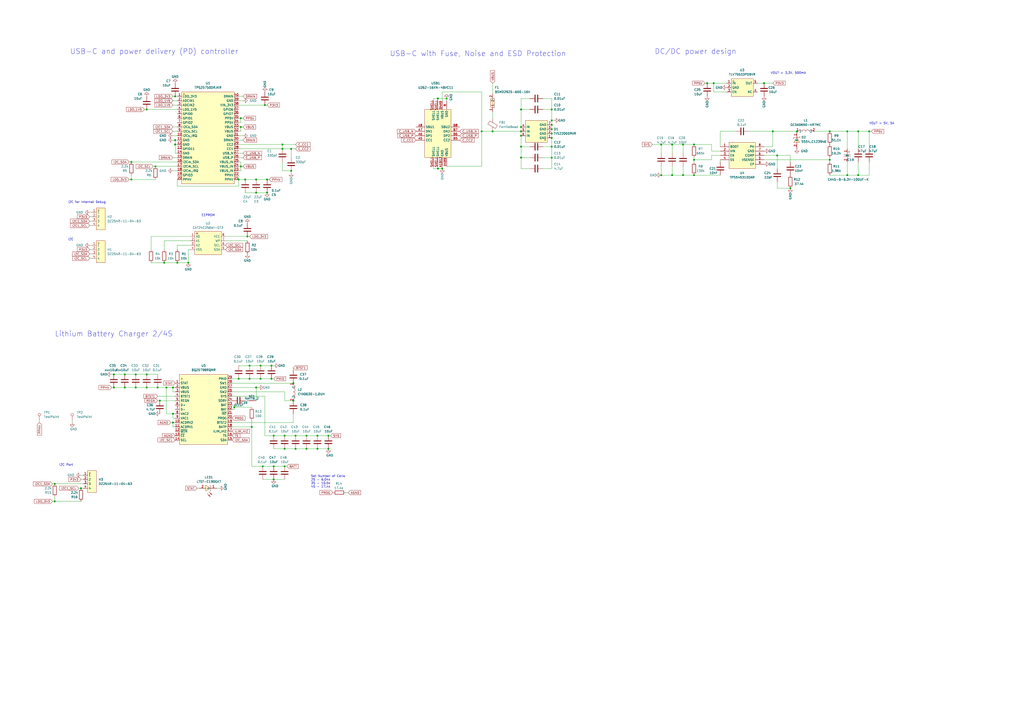
<source format=kicad_sch>
(kicad_sch (version 20231120) (generator "eeschema") (generator_version "8.0")
  (paper "A2")
  (junction (at 462.28 76.2))
  (junction (at 163.83 86.36))
  (junction (at 100.33 240.03))
  (junction (at 165.1 270.51))
  (junction (at 142.24 104.14))
  (junction (at 76.2 93.98))
  (junction (at 302.26 63.5))
  (junction (at 320.04 72.39))
  (junction (at 450.85 90.17))
  (junction (at 138.43 219.71))
  (junction (at 259.08 57.15))
  (junction (at 158.75 270.51))
  (junction (at 254 97.79))
  (junction (at 85.09 224.79))
  (junction (at 285.75 76.2))
  (junction (at 92.71 232.41))
  (junction (at 100.33 245.11))
  (junction (at 151.13 212.09))
  (junction (at 177.8 252.73))
  (junction (at 279.4 76.2))
  (junction (at 101.6 55.88))
  (junction (at 458.47 109.22))
  (junction (at 66.04 224.79))
  (junction (at 76.2 104.14))
  (junction (at 497.84 101.6))
  (junction (at 148.59 111.76))
  (junction (at 148.59 104.14))
  (junction (at 154.94 111.76))
  (junction (at 320.04 85.09))
  (junction (at 383.54 101.6))
  (junction (at 170.18 232.41))
  (junction (at 396.24 101.6))
  (junction (at 504.19 76.2))
  (junction (at 95.25 152.4))
  (junction (at 72.39 217.17))
  (junction (at 90.17 96.52))
  (junction (at 177.8 260.35))
  (junction (at 448.31 76.2))
  (junction (at 135.89 236.22))
  (junction (at 163.83 83.82))
  (junction (at 402.59 92.71))
  (junction (at 165.1 260.35))
  (junction (at 320.04 80.01))
  (junction (at 152.4 270.51))
  (junction (at 320.04 69.85))
  (junction (at 402.59 83.82))
  (junction (at 139.7 68.58))
  (junction (at 168.91 99.06))
  (junction (at 109.22 152.4))
  (junction (at 320.04 77.47))
  (junction (at 151.13 219.71))
  (junction (at 389.89 101.6))
  (junction (at 302.26 73.66))
  (junction (at 102.87 152.4))
  (junction (at 320.04 74.93))
  (junction (at 171.45 260.35))
  (junction (at 101.6 83.82))
  (junction (at 31.75 280.67))
  (junction (at 302.26 85.09))
  (junction (at 91.44 224.79))
  (junction (at 78.74 217.17))
  (junction (at 190.5 252.73))
  (junction (at 96.52 224.79))
  (junction (at 171.45 252.73))
  (junction (at 481.33 76.2))
  (junction (at 146.05 247.65))
  (junction (at 396.24 83.82))
  (junction (at 154.94 104.14))
  (junction (at 302.26 78.74))
  (junction (at 497.84 76.2))
  (junction (at 410.21 48.26))
  (junction (at 302.26 76.2))
  (junction (at 138.43 104.14))
  (junction (at 302.26 91.44))
  (junction (at 383.54 83.82))
  (junction (at 184.15 252.73))
  (junction (at 85.09 63.5))
  (junction (at 101.6 81.28))
  (junction (at 100.33 224.79))
  (junction (at 158.75 252.73))
  (junction (at 165.1 252.73))
  (junction (at 66.04 217.17))
  (junction (at 158.75 278.13))
  (junction (at 491.49 101.6))
  (junction (at 46.99 283.21))
  (junction (at 402.59 101.6))
  (junction (at 320.04 91.44))
  (junction (at 148.59 224.79))
  (junction (at 254 57.15))
  (junction (at 170.18 222.25))
  (junction (at 443.23 48.26))
  (junction (at 85.09 217.17))
  (junction (at 144.78 212.09))
  (junction (at 320.04 63.5))
  (junction (at 144.78 219.71))
  (junction (at 389.89 83.82))
  (junction (at 481.33 92.71))
  (junction (at 139.7 73.66))
  (junction (at 168.91 86.36))
  (junction (at 414.02 48.26))
  (junction (at 491.49 76.2))
  (junction (at 139.7 96.52))
  (junction (at 157.48 212.09))
  (junction (at 184.15 260.35))
  (junction (at 143.51 137.16))
  (junction (at 256.54 97.79))
  (junction (at 31.75 290.83))
  (junction (at 157.48 219.71))
  (junction (at 190.5 260.35))
  (junction (at 72.39 224.79))
  (junction (at 153.67 60.96))
  (junction (at 78.74 224.79))
  (wire (pts (xy 87.63 137.16) (xy 87.63 144.78)))
  (wire (pts (xy 88.9 96.52) (xy 90.17 96.52)))
  (wire (pts (xy 138.43 71.12) (xy 139.7 71.12)))
  (wire (pts (xy 448.31 76.2) (xy 448.31 85.09)))
  (wire (pts (xy 320.04 72.39) (xy 320.04 69.85)))
  (wire (pts (xy 52.07 128.27) (xy 53.34 128.27)))
  (wire (pts (xy 91.44 229.87) (xy 101.6 229.87)))
  (wire (pts (xy 151.13 219.71) (xy 157.48 219.71)))
  (wire (pts (xy 140.97 91.44) (xy 138.43 91.44)))
  (wire (pts (xy 402.59 101.6) (xy 417.83 101.6)))
  (wire (pts (xy 96.52 224.79) (xy 100.33 224.79)))
  (wire (pts (xy 152.4 270.51) (xy 158.75 270.51)))
  (wire (pts (xy 64.77 217.17) (xy 66.04 217.17)))
  (wire (pts (xy 100.33 78.74) (xy 102.87 78.74)))
  (wire (pts (xy 497.84 93.98) (xy 497.84 101.6)))
  (wire (pts (xy 138.43 107.95) (xy 138.43 104.14)))
  (wire (pts (xy 74.93 93.98) (xy 76.2 93.98)))
  (wire (pts (xy 168.91 86.36) (xy 171.45 86.36)))
  (wire (pts (xy 285.75 48.26) (xy 285.75 54.61)))
  (wire (pts (xy 254 57.15) (xy 251.46 57.15)))
  (wire (pts (xy 448.31 48.26) (xy 443.23 48.26)))
  (wire (pts (xy 31.75 290.83) (xy 46.99 290.83)))
  (wire (pts (xy 138.43 76.2) (xy 139.7 76.2)))
  (wire (pts (xy 149.86 224.79) (xy 148.59 224.79)))
  (wire (pts (xy 140.97 55.88) (xy 138.43 55.88)))
  (wire (pts (xy 472.44 76.2) (xy 481.33 76.2)))
  (wire (pts (xy 259.08 58.42) (xy 259.08 57.15)))
  (wire (pts (xy 66.04 224.79) (xy 72.39 224.79)))
  (wire (pts (xy 101.6 55.88) (xy 102.87 55.88)))
  (wire (pts (xy 256.54 53.34) (xy 279.4 53.34)))
  (wire (pts (xy 100.33 55.88) (xy 101.6 55.88)))
  (wire (pts (xy 134.62 245.11) (xy 170.18 245.11)))
  (wire (pts (xy 177.8 252.73) (xy 184.15 252.73)))
  (wire (pts (xy 138.43 219.71) (xy 144.78 219.71)))
  (wire (pts (xy 163.83 86.36) (xy 168.91 86.36)))
  (wire (pts (xy 314.96 63.5) (xy 320.04 63.5)))
  (wire (pts (xy 168.91 86.36) (xy 168.91 91.44)))
  (wire (pts (xy 45.72 283.21) (xy 46.99 283.21)))
  (wire (pts (xy 504.19 101.6) (xy 504.19 93.98)))
  (wire (pts (xy 396.24 83.82) (xy 402.59 83.82)))
  (wire (pts (xy 450.85 90.17) (xy 458.47 90.17)))
  (wire (pts (xy 434.34 76.2) (xy 448.31 76.2)))
  (wire (pts (xy 143.51 232.41) (xy 142.24 232.41)))
  (wire (pts (xy 30.48 280.67) (xy 31.75 280.67)))
  (wire (pts (xy 448.31 76.2) (xy 462.28 76.2)))
  (wire (pts (xy 383.54 83.82) (xy 389.89 83.82)))
  (wire (pts (xy 100.33 91.44) (xy 102.87 91.44)))
  (wire (pts (xy 52.07 149.86) (xy 53.34 149.86)))
  (wire (pts (xy 153.67 60.96) (xy 154.94 60.96)))
  (wire (pts (xy 102.87 81.28) (xy 101.6 81.28)))
  (wire (pts (xy 52.07 147.32) (xy 53.34 147.32)))
  (wire (pts (xy 139.7 68.58) (xy 140.97 68.58)))
  (wire (pts (xy 102.87 104.14) (xy 102.87 107.95)))
  (wire (pts (xy 143.51 137.16) (xy 130.81 137.16)))
  (wire (pts (xy 163.83 83.82) (xy 163.83 86.36)))
  (wire (pts (xy 163.83 99.06) (xy 168.91 99.06)))
  (wire (pts (xy 139.7 99.06) (xy 138.43 99.06)))
  (wire (pts (xy 412.75 83.82) (xy 402.59 83.82)))
  (wire (pts (xy 85.09 63.5) (xy 102.87 63.5)))
  (wire (pts (xy 151.13 212.09) (xy 157.48 212.09)))
  (wire (pts (xy 396.24 96.52) (xy 396.24 101.6)))
  (wire (pts (xy 163.83 93.98) (xy 163.83 99.06)))
  (wire (pts (xy 158.75 278.13) (xy 165.1 278.13)))
  (wire (pts (xy 135.89 234.95) (xy 135.89 236.22)))
  (wire (pts (xy 100.33 245.11) (xy 101.6 245.11)))
  (wire (pts (xy 285.75 64.77) (xy 285.75 68.58)))
  (wire (pts (xy 139.7 68.58) (xy 138.43 68.58)))
  (wire (pts (xy 389.89 83.82) (xy 396.24 83.82)))
  (wire (pts (xy 307.34 97.79) (xy 302.26 97.79)))
  (wire (pts (xy 396.24 83.82) (xy 396.24 88.9)))
  (wire (pts (xy 302.26 78.74) (xy 302.26 85.09)))
  (wire (pts (xy 285.75 76.2) (xy 302.26 76.2)))
  (wire (pts (xy 134.62 234.95) (xy 135.89 234.95)))
  (wire (pts (xy 254 97.79) (xy 254 96.52)))
  (wire (pts (xy 414.02 53.34) (xy 414.02 48.26)))
  (wire (pts (xy 114.3 283.21) (xy 115.57 283.21)))
  (wire (pts (xy 279.4 53.34) (xy 279.4 76.2)))
  (wire (pts (xy 302.26 91.44) (xy 302.26 97.79)))
  (wire (pts (xy 142.24 111.76) (xy 148.59 111.76)))
  (wire (pts (xy 138.43 101.6) (xy 138.43 104.14)))
  (wire (pts (xy 414.02 48.26) (xy 421.64 48.26)))
  (wire (pts (xy 110.49 144.78) (xy 109.22 144.78)))
  (wire (pts (xy 31.75 288.29) (xy 31.75 290.83)))
  (wire (pts (xy 417.83 90.17) (xy 412.75 90.17)))
  (wire (pts (xy 497.84 76.2) (xy 497.84 86.36)))
  (wire (pts (xy 168.91 100.33) (xy 168.91 99.06)))
  (wire (pts (xy 251.46 96.52) (xy 251.46 97.79)))
  (wire (pts (xy 302.26 85.09) (xy 307.34 85.09)))
  (wire (pts (xy 320.04 80.01) (xy 320.04 77.47)))
  (wire (pts (xy 320.04 91.44) (xy 320.04 97.79)))
  (wire (pts (xy 76.2 104.14) (xy 90.17 104.14)))
  (wire (pts (xy 320.04 77.47) (xy 320.04 74.93)))
  (wire (pts (xy 412.75 92.71) (xy 402.59 92.71)))
  (wire (pts (xy 139.7 73.66) (xy 138.43 73.66)))
  (wire (pts (xy 497.84 76.2) (xy 504.19 76.2)))
  (wire (pts (xy 144.78 137.16) (xy 143.51 137.16)))
  (wire (pts (xy 92.71 232.41) (xy 101.6 232.41)))
  (wire (pts (xy 140.97 78.74) (xy 138.43 78.74)))
  (wire (pts (xy 165.1 252.73) (xy 171.45 252.73)))
  (wire (pts (xy 100.33 240.03) (xy 96.52 240.03)))
  (wire (pts (xy 135.89 236.22) (xy 146.05 236.22)))
  (wire (pts (xy 383.54 96.52) (xy 383.54 101.6)))
  (wire (pts (xy 421.64 53.34) (xy 414.02 53.34)))
  (wire (pts (xy 256.54 96.52) (xy 256.54 97.79)))
  (wire (pts (xy 139.7 96.52) (xy 140.97 96.52)))
  (wire (pts (xy 100.33 242.57) (xy 101.6 242.57)))
  (wire (pts (xy 66.04 217.17) (xy 72.39 217.17)))
  (wire (pts (xy 138.43 93.98) (xy 139.7 93.98)))
  (wire (pts (xy 46.99 275.59) (xy 48.26 275.59)))
  (wire (pts (xy 110.49 137.16) (xy 87.63 137.16)))
  (wire (pts (xy 144.78 212.09) (xy 151.13 212.09)))
  (wire (pts (xy 450.85 109.22) (xy 458.47 109.22)))
  (wire (pts (xy 396.24 101.6) (xy 402.59 101.6)))
  (wire (pts (xy 417.83 87.63) (xy 412.75 87.63)))
  (wire (pts (xy 74.93 104.14) (xy 76.2 104.14)))
  (wire (pts (xy 102.87 142.24) (xy 110.49 142.24)))
  (wire (pts (xy 101.6 81.28) (xy 101.6 83.82)))
  (wire (pts (xy 154.94 104.14) (xy 156.21 104.14)))
  (wire (pts (xy 30.48 290.83) (xy 31.75 290.83)))
  (wire (pts (xy 31.75 280.67) (xy 48.26 280.67)))
  (wire (pts (xy 417.83 85.09) (xy 417.83 76.2)))
  (wire (pts (xy 321.31 69.85) (xy 320.04 69.85)))
  (wire (pts (xy 100.33 99.06) (xy 102.87 99.06)))
  (wire (pts (xy 100.33 81.28) (xy 101.6 81.28)))
  (wire (pts (xy 153.67 229.87) (xy 153.67 252.73)))
  (wire (pts (xy 443.23 48.26) (xy 439.42 48.26)))
  (wire (pts (xy 320.04 91.44) (xy 320.04 85.09)))
  (wire (pts (xy 491.49 76.2) (xy 491.49 86.36)))
  (wire (pts (xy 85.09 217.17) (xy 91.44 217.17)))
  (wire (pts (xy 95.25 139.7) (xy 110.49 139.7)))
  (wire (pts (xy 72.39 224.79) (xy 78.74 224.79)))
  (wire (pts (xy 481.33 101.6) (xy 491.49 101.6)))
  (wire (pts (xy 256.54 58.42) (xy 256.54 53.34)))
  (wire (pts (xy 153.67 252.73) (xy 158.75 252.73)))
  (wire (pts (xy 91.44 232.41) (xy 92.71 232.41)))
  (wire (pts (xy 46.99 283.21) (xy 48.26 283.21)))
  (wire (pts (xy 52.07 125.73) (xy 53.34 125.73)))
  (wire (pts (xy 52.07 123.19) (xy 53.34 123.19)))
  (wire (pts (xy 402.59 91.44) (xy 402.59 92.71)))
  (wire (pts (xy 101.6 247.65) (xy 100.33 247.65)))
  (wire (pts (xy 491.49 76.2) (xy 497.84 76.2)))
  (wire (pts (xy 158.75 252.73) (xy 165.1 252.73)))
  (wire (pts (xy 314.96 91.44) (xy 320.04 91.44)))
  (wire (pts (xy 279.4 96.52) (xy 259.08 96.52)))
  (wire (pts (xy 165.1 227.33) (xy 165.1 232.41)))
  (wire (pts (xy 302.26 57.15) (xy 302.26 63.5)))
  (wire (pts (xy 302.26 76.2) (xy 302.26 78.74)))
  (wire (pts (xy 130.81 139.7) (xy 143.51 139.7)))
  (wire (pts (xy 90.17 96.52) (xy 102.87 96.52)))
  (wire (pts (xy 157.48 219.71) (xy 158.75 219.71)))
  (wire (pts (xy 142.24 104.14) (xy 148.59 104.14)))
  (wire (pts (xy 148.59 111.76) (xy 154.94 111.76)))
  (wire (pts (xy 170.18 213.36) (xy 170.18 214.63)))
  (wire (pts (xy 158.75 270.51) (xy 165.1 270.51)))
  (wire (pts (xy 165.1 270.51) (xy 166.37 270.51)))
  (wire (pts (xy 491.49 101.6) (xy 497.84 101.6)))
  (wire (pts (xy 134.62 227.33) (xy 165.1 227.33)))
  (wire (pts (xy 78.74 224.79) (xy 85.09 224.79)))
  (wire (pts (xy 22.86 245.11) (xy 22.86 243.84)))
  (wire (pts (xy 148.59 104.14) (xy 154.94 104.14)))
  (wire (pts (xy 320.04 57.15) (xy 320.04 63.5)))
  (wire (pts (xy 152.4 270.51) (xy 146.05 270.51)))
  (wire (pts (xy 46.99 278.13) (xy 48.26 278.13)))
  (wire (pts (xy 443.23 90.17) (xy 450.85 90.17)))
  (wire (pts (xy 184.15 252.73) (xy 190.5 252.73)))
  (wire (pts (xy 383.54 101.6) (xy 389.89 101.6)))
  (wire (pts (xy 171.45 252.73) (xy 177.8 252.73)))
  (wire (pts (xy 144.78 219.71) (xy 151.13 219.71)))
  (wire (pts (xy 302.26 91.44) (xy 302.26 85.09)))
  (wire (pts (xy 504.19 76.2) (xy 504.19 86.36)))
  (wire (pts (xy 134.62 224.79) (xy 148.59 224.79)))
  (wire (pts (xy 72.39 217.17) (xy 78.74 217.17)))
  (wire (pts (xy 109.22 144.78) (xy 109.22 152.4)))
  (wire (pts (xy 76.2 93.98) (xy 102.87 93.98)))
  (wire (pts (xy 158.75 260.35) (xy 165.1 260.35)))
  (wire (pts (xy 99.06 245.11) (xy 100.33 245.11)))
  (wire (pts (xy 101.6 88.9) (xy 102.87 88.9)))
  (wire (pts (xy 302.26 73.66) (xy 302.26 76.2)))
  (wire (pts (xy 165.1 232.41) (xy 170.18 232.41)))
  (wire (pts (xy 410.21 48.26) (xy 414.02 48.26)))
  (wire (pts (xy 100.33 240.03) (xy 100.33 242.57)))
  (wire (pts (xy 139.7 93.98) (xy 139.7 96.52)))
  (wire (pts (xy 140.97 88.9) (xy 138.43 88.9)))
  (wire (pts (xy 302.26 63.5) (xy 302.26 73.66)))
  (wire (pts (xy 101.6 224.79) (xy 100.33 224.79)))
  (wire (pts (xy 139.7 73.66) (xy 140.97 73.66)))
  (wire (pts (xy 64.77 224.79) (xy 66.04 224.79)))
  (wire (pts (xy 41.91 245.11) (xy 41.91 243.84)))
  (wire (pts (xy 254 58.42) (xy 254 57.15)))
  (wire (pts (xy 148.59 224.79) (xy 148.59 232.41)))
  (wire (pts (xy 100.33 247.65) (xy 100.33 245.11)))
  (wire (pts (xy 450.85 90.17) (xy 450.85 97.79)))
  (wire (pts (xy 138.43 83.82) (xy 163.83 83.82)))
  (wire (pts (xy 481.33 92.71) (xy 481.33 93.98)))
  (wire (pts (xy 497.84 101.6) (xy 504.19 101.6)))
  (wire (pts (xy 450.85 105.41) (xy 450.85 109.22)))
  (wire (pts (xy 95.25 144.78) (xy 95.25 139.7)))
  (wire (pts (xy 100.33 227.33) (xy 101.6 227.33)))
  (wire (pts (xy 100.33 73.66) (xy 102.87 73.66)))
  (wire (pts (xy 138.43 86.36) (xy 163.83 86.36)))
  (wire (pts (xy 171.45 260.35) (xy 177.8 260.35)))
  (wire (pts (xy 254 97.79) (xy 256.54 97.79)))
  (wire (pts (xy 139.7 76.2) (xy 139.7 73.66)))
  (wire (pts (xy 140.97 58.42) (xy 138.43 58.42)))
  (wire (pts (xy 85.09 224.79) (xy 91.44 224.79)))
  (wire (pts (xy 134.62 222.25) (xy 170.18 222.25)))
  (wire (pts (xy 146.05 247.65) (xy 146.05 243.84)))
  (wire (pts (xy 101.6 83.82) (xy 102.87 83.82)))
  (wire (pts (xy 135.89 236.22) (xy 135.89 237.49)))
  (wire (pts (xy 135.89 237.49) (xy 134.62 237.49)))
  (wire (pts (xy 251.46 57.15) (xy 251.46 58.42)))
  (wire (pts (xy 383.54 88.9) (xy 383.54 83.82)))
  (wire (pts (xy 139.7 96.52) (xy 139.7 99.06)))
  (wire (pts (xy 139.7 71.12) (xy 139.7 68.58)))
  (wire (pts (xy 184.15 260.35) (xy 190.5 260.35)))
  (wire (pts (xy 389.89 83.82) (xy 389.89 88.9)))
  (wire (pts (xy 320.04 74.93) (xy 320.04 72.39)))
  (wire (pts (xy 314.96 97.79) (xy 320.04 97.79)))
  (wire (pts (xy 101.6 240.03) (xy 100.33 240.03)))
  (wire (pts (xy 481.33 76.2) (xy 491.49 76.2)))
  (wire (pts (xy 412.75 87.63) (xy 412.75 83.82)))
  (wire (pts (xy 307.34 57.15) (xy 302.26 57.15)))
  (wire (pts (xy 138.43 60.96) (xy 153.67 60.96)))
  (wire (pts (xy 491.49 93.98) (xy 491.49 101.6)))
  (wire (pts (xy 177.8 260.35) (xy 184.15 260.35)))
  (wire (pts (xy 146.05 270.51) (xy 146.05 247.65)))
  (wire (pts (xy 259.08 57.15) (xy 254 57.15)))
  (wire (pts (xy 138.43 212.09) (xy 144.78 212.09)))
  (wire (pts (xy 83.82 63.5) (xy 85.09 63.5)))
  (wire (pts (xy 102.87 107.95) (xy 138.43 107.95)))
  (wire (pts (xy 134.62 219.71) (xy 138.43 219.71)))
  (wire (pts (xy 378.46 83.82) (xy 383.54 83.82)))
  (wire (pts (xy 91.44 224.79) (xy 96.52 224.79)))
  (wire (pts (xy 458.47 90.17) (xy 458.47 93.98)))
  (wire (pts (xy 481.33 91.44) (xy 481.33 92.71)))
  (wire (pts (xy 314.96 85.09) (xy 320.04 85.09)))
  (wire (pts (xy 279.4 76.2) (xy 279.4 96.52)))
  (wire (pts (xy 134.62 247.65) (xy 146.05 247.65)))
  (wire (pts (xy 52.07 142.24) (xy 53.34 142.24)))
  (wire (pts (xy 100.33 224.79) (xy 100.33 227.33)))
  (wire (pts (xy 251.46 97.79) (xy 254 97.79)))
  (wire (pts (xy 190.5 252.73) (xy 191.77 252.73)))
  (wire (pts (xy 389.89 96.52) (xy 389.89 101.6)))
  (wire (pts (xy 320.04 63.5) (xy 320.04 69.85)))
  (wire (pts (xy 100.33 76.2) (xy 102.87 76.2)))
  (wire (pts (xy 96.52 240.03) (xy 96.52 224.79)))
  (wire (pts (xy 302.26 91.44) (xy 307.34 91.44)))
  (wire (pts (xy 402.59 92.71) (xy 402.59 93.98)))
  (wire (pts (xy 52.07 144.78) (xy 53.34 144.78)))
  (wire (pts (xy 78.74 217.17) (xy 85.09 217.17)))
  (wire (pts (xy 102.87 144.78) (xy 102.87 142.24)))
  (wire (pts (xy 134.62 229.87) (xy 153.67 229.87)))
  (wire (pts (xy 201.93 285.75) (xy 200.66 285.75)))
  (wire (pts (xy 443.23 92.71) (xy 481.33 92.71)))
  (wire (pts (xy 101.6 83.82) (xy 101.6 88.9)))
  (wire (pts (xy 87.63 152.4) (xy 95.25 152.4)))
  (wire (pts (xy 76.2 101.6) (xy 76.2 104.14)))
  (wire (pts (xy 417.83 76.2) (xy 426.72 76.2)))
  (wire (pts (xy 279.4 76.2) (xy 285.75 76.2)))
  (wire (pts (xy 138.43 96.52) (xy 139.7 96.52)))
  (wire (pts (xy 307.34 63.5) (xy 302.26 63.5)))
  (wire (pts (xy 165.1 260.35) (xy 171.45 260.35)))
  (wire (pts (xy 412.75 90.17) (xy 412.75 92.71)))
  (wire (pts (xy 100.33 58.42) (xy 102.87 58.42)))
  (wire (pts (xy 443.23 85.09) (xy 448.31 85.09)))
  (wire (pts (xy 140.97 81.28) (xy 138.43 81.28)))
  (wire (pts (xy 157.48 212.09) (xy 158.75 212.09)))
  (wire (pts (xy 52.07 130.81) (xy 53.34 130.81)))
  (wire (pts (xy 152.4 278.13) (xy 158.75 278.13)))
  (wire (pts (xy 163.83 83.82) (xy 171.45 83.82)))
  (wire (pts (xy 127 283.21) (xy 125.73 283.21)))
  (wire (pts (xy 417.83 93.98) (xy 417.83 92.71)))
  (wire (pts (xy 170.18 245.11) (xy 170.18 240.03)))
  (wire (pts (xy 95.25 152.4) (xy 102.87 152.4)))
  (wire (pts (xy 504.19 76.2) (xy 505.46 76.2)))
  (wire (pts (xy 408.94 48.26) (xy 410.21 48.26)))
  (wire (pts (xy 314.96 57.15) (xy 320.04 57.15)))
  (wire (pts (xy 138.43 104.14) (xy 142.24 104.14)))
  (wire (pts (xy 102.87 152.4) (xy 109.22 152.4)))
  (wire (pts (xy 100.33 60.96) (xy 102.87 60.96)))
  (wire (pts (xy 320.04 85.09) (xy 320.04 80.01)))
  (wire (pts (xy 389.89 101.6) (xy 396.24 101.6)))
  (text "Lithium Battery Charger 2/4S" (at 31.75 195.58 0) (effects (font (size 3 3)) (justify left bottom)))
  (text "VOUT = 3.3V, 500mA\n" (at 447.04 43.18 0) (effects (font (size 1.27 1.27)) (justify left bottom)))
  (text "USB-C with Fuse, Noise and ESD Protection" (at 226.06 33.02 0) (effects (font (size 3 3)) (justify left bottom)))
  (text "I2C for Internat Debug" (at 39.37 118.11 0) (effects (font (size 1.27 1.27)) (justify left bottom)))
  (text "I2C" (at 39.37 139.7 0) (effects (font (size 1.27 1.27)) (justify left bottom)))
  (text "I2C Port" (at 34.29 270.51 0) (effects (font (size 1.27 1.27)) (justify left bottom)))
  (text "USB-C and power delivery (PD) controller" (at 40.64 31.75 0) (effects (font (size 3 3)) (justify left bottom)))
  (text "EEPROM" (at 116.84 125.73 0) (effects (font (size 1.27 1.27)) (justify left bottom)))
  (text "DC/DC power design" (at 379.73 31.75 0) (effects (font (size 3 3)) (justify left bottom)))
  (text "Set Number of Cells\n2S - 6.04k\n3S - 10.5k\n4S - 17.4k" (at 180.34 283.21 0) (effects (font (size 1.27 1.27)) (justify left bottom)))
  (text "VOUT = 5V, 5A\n" (at 504.19 72.39 0) (effects (font (size 1.27 1.27)) (justify left bottom)))
  (global_label "P3V3" (shape input) (at 46.99 278.13 180) (property "Intersheetrefs" "${INTERSHEET_REFS}" (effects (hide yes))))
  (global_label "I2C1_SDA" (shape input) (at 52.07 128.27 180) (property "Intersheetrefs" "${INTERSHEET_REFS}" (effects (hide yes))))
  (global_label "PPHV" (shape input) (at 64.77 224.79 180) (property "Intersheetrefs" "${INTERSHEET_REFS}" (effects (hide yes))))
  (global_label "PP5V" (shape input) (at 140.97 68.58 0) (property "Intersheetrefs" "${INTERSHEET_REFS}" (effects (hide yes))))
  (global_label "I2C1_SCL" (shape input) (at 100.33 76.2 180) (property "Intersheetrefs" "${INTERSHEET_REFS}" (effects (hide yes))))
  (global_label "I2C_SDA" (shape input) (at 134.62 255.27 0) (property "Intersheetrefs" "${INTERSHEET_REFS}" (effects (hide yes))))
  (global_label "SYS" (shape input) (at 191.77 252.73 0) (property "Intersheetrefs" "${INTERSHEET_REFS}" (effects (hide yes))))
  (global_label "STAT" (shape input) (at 114.3 283.21 180) (property "Intersheetrefs" "${INTERSHEET_REFS}" (effects (hide yes))))
  (global_label "BTST1" (shape input) (at 170.18 213.36 0) (property "Intersheetrefs" "${INTERSHEET_REFS}" (effects (hide yes))))
  (global_label "I2C1_SCL" (shape input) (at 52.07 130.81 180) (property "Intersheetrefs" "${INTERSHEET_REFS}" (effects (hide yes))))
  (global_label "VBUS" (shape input) (at 140.97 96.52 0) (property "Intersheetrefs" "${INTERSHEET_REFS}" (effects (hide yes))))
  (global_label "I2C1_SDA" (shape input) (at 100.33 73.66 180) (property "Intersheetrefs" "${INTERSHEET_REFS}" (effects (hide yes))))
  (global_label "BTST1" (shape input) (at 91.44 229.87 180) (property "Intersheetrefs" "${INTERSHEET_REFS}" (effects (hide yes))))
  (global_label "LDO_3V3" (shape input) (at 74.93 104.14 180) (property "Intersheetrefs" "${INTERSHEET_REFS}" (effects (hide yes))))
  (global_label "I2C_SCL" (shape input) (at 52.07 149.86 180) (property "Intersheetrefs" "${INTERSHEET_REFS}" (effects (hide yes))))
  (global_label "C_CC1" (shape input) (at 241.3 81.28 180) (property "Intersheetrefs" "${INTERSHEET_REFS}" (effects (hide yes))))
  (global_label "I2C_SDA" (shape input) (at 52.07 147.32 180) (property "Intersheetrefs" "${INTERSHEET_REFS}" (effects (hide yes))))
  (global_label "LDO_1V5" (shape input) (at 100.33 58.42 180) (property "Intersheetrefs" "${INTERSHEET_REFS}" (effects (hide yes))))
  (global_label "AGND" (shape input) (at 99.06 245.11 180) (property "Intersheetrefs" "${INTERSHEET_REFS}" (effects (hide yes))))
  (global_label "PPHV" (shape input) (at 156.21 104.14 0) (property "Intersheetrefs" "${INTERSHEET_REFS}" (effects (hide yes))))
  (global_label "C_USB_N" (shape input) (at 241.3 76.2 180) (property "Intersheetrefs" "${INTERSHEET_REFS}" (effects (hide yes))))
  (global_label "PP5V" (shape input) (at 408.94 48.26 180) (property "Intersheetrefs" "${INTERSHEET_REFS}" (effects (hide yes))))
  (global_label "C_USB_P" (shape input) (at 140.97 91.44 0) (property "Intersheetrefs" "${INTERSHEET_REFS}" (effects (hide yes))))
  (global_label "BATT" (shape input) (at 166.37 270.51 0) (property "Intersheetrefs" "${INTERSHEET_REFS}" (effects (hide yes))))
  (global_label "AGND" (shape input) (at 201.93 285.75 0) (property "Intersheetrefs" "${INTERSHEET_REFS}" (effects (hide yes))))
  (global_label "PPHV" (shape input) (at 22.86 245.11 270) (property "Intersheetrefs" "${INTERSHEET_REFS}" (effects (hide yes))))
  (global_label "P3V3" (shape input) (at 154.94 60.96 0) (property "Intersheetrefs" "${INTERSHEET_REFS}" (effects (hide yes))))
  (global_label "STAT" (shape input) (at 101.6 222.25 180) (property "Intersheetrefs" "${INTERSHEET_REFS}" (effects (hide yes))))
  (global_label "DRAIN" (shape input) (at 140.97 55.88 0) (property "Intersheetrefs" "${INTERSHEET_REFS}" (effects (hide yes))))
  (global_label "C_USB_N" (shape input) (at 266.7 76.2 0) (property "Intersheetrefs" "${INTERSHEET_REFS}" (effects (hide yes))))
  (global_label "P3V3" (shape input) (at 52.07 144.78 180) (property "Intersheetrefs" "${INTERSHEET_REFS}" (effects (hide yes))))
  (global_label "C_CC1" (shape input) (at 171.45 83.82 0) (property "Intersheetrefs" "${INTERSHEET_REFS}" (effects (hide yes))))
  (global_label "C_CC2" (shape input) (at 266.7 81.28 0) (property "Intersheetrefs" "${INTERSHEET_REFS}" (effects (hide yes))))
  (global_label "PROG" (shape input) (at 134.62 242.57 0) (property "Intersheetrefs" "${INTERSHEET_REFS}" (effects (hide yes))))
  (global_label "I2C_SDA" (shape input) (at 130.81 144.78 0) (property "Intersheetrefs" "${INTERSHEET_REFS}" (effects (hide yes))))
  (global_label "VBUS" (shape input) (at 285.75 48.26 90) (property "Intersheetrefs" "${INTERSHEET_REFS}" (effects (hide yes))))
  (global_label "I2C_SCL" (shape input) (at 88.9 96.52 180) (property "Intersheetrefs" "${INTERSHEET_REFS}" (effects (hide yes))))
  (global_label "LDO_3V3" (shape input) (at 30.48 290.83 180) (property "Intersheetrefs" "${INTERSHEET_REFS}" (effects (hide yes))))
  (global_label "I2C_SCL" (shape input) (at 130.81 142.24 0) (property "Intersheetrefs" "${INTERSHEET_REFS}" (effects (hide yes))))
  (global_label "P3V3" (shape input) (at 52.07 125.73 180) (property "Intersheetrefs" "${INTERSHEET_REFS}" (effects (hide yes))))
  (global_label "PMID" (shape input) (at 158.75 219.71 0) (property "Intersheetrefs" "${INTERSHEET_REFS}" (effects (hide yes))))
  (global_label "LDO_1V5" (shape input) (at 100.33 60.96 180) (property "Intersheetrefs" "${INTERSHEET_REFS}" (effects (hide yes))))
  (global_label "PP5V" (shape input) (at 505.46 76.2 0) (property "Intersheetrefs" "${INTERSHEET_REFS}" (effects (hide yes))))
  (global_label "TS" (shape input) (at 134.62 252.73 0) (property "Intersheetrefs" "${INTERSHEET_REFS}" (effects (hide yes))))
  (global_label "I2C1_SDA" (shape input) (at 30.48 280.67 180) (property "Intersheetrefs" "${INTERSHEET_REFS}" (effects (hide yes))))
  (global_label "I2C_SCL" (shape input) (at 101.6 255.27 180) (property "Intersheetrefs" "${INTERSHEET_REFS}" (effects (hide yes))))
  (global_label "DRAIN" (shape input) (at 100.33 91.44 180) (property "Intersheetrefs" "${INTERSHEET_REFS}" (effects (hide yes))))
  (global_label "P3V3" (shape input) (at 448.31 48.26 0) (property "Intersheetrefs" "${INTERSHEET_REFS}" (effects (hide yes))))
  (global_label "SYS" (shape input) (at 378.46 83.82 180) (property "Intersheetrefs" "${INTERSHEET_REFS}" (effects (hide yes))))
  (global_label "LDO_3V3" (shape input) (at 100.33 55.88 180) (property "Intersheetrefs" "${INTERSHEET_REFS}" (effects (hide yes))))
  (global_label "DRAIN" (shape input) (at 140.97 81.28 0) (property "Intersheetrefs" "${INTERSHEET_REFS}" (effects (hide yes))))
  (global_label "VBUS" (shape input) (at 140.97 73.66 0) (property "Intersheetrefs" "${INTERSHEET_REFS}" (effects (hide yes))))
  (global_label "C_USB_P" (shape input) (at 241.3 78.74 180) (property "Intersheetrefs" "${INTERSHEET_REFS}" (effects (hide yes))))
  (global_label "C_USB_P" (shape input) (at 266.7 78.74 0) (property "Intersheetrefs" "${INTERSHEET_REFS}" (effects (hide yes))))
  (global_label "I2C1_SCL" (shape input) (at 45.72 283.21 180) (property "Intersheetrefs" "${INTERSHEET_REFS}" (effects (hide yes))))
  (global_label "LDO_1V5" (shape input) (at 83.82 63.5 180) (property "Intersheetrefs" "${INTERSHEET_REFS}" (effects (hide yes))))
  (global_label "C_USB_N" (shape input) (at 140.97 88.9 0) (property "Intersheetrefs" "${INTERSHEET_REFS}" (effects (hide yes))))
  (global_label "I2C_SDA" (shape input) (at 74.93 93.98 180) (property "Intersheetrefs" "${INTERSHEET_REFS}" (effects (hide yes))))
  (global_label "AGND" (shape input) (at 101.6 252.73 180) (property "Intersheetrefs" "${INTERSHEET_REFS}" (effects (hide yes))))
  (global_label "REGN" (shape input) (at 91.44 232.41 180) (property "Intersheetrefs" "${INTERSHEET_REFS}" (effects (hide yes))))
  (global_label "LDO_3V3" (shape input) (at 144.78 137.16 0) (property "Intersheetrefs" "${INTERSHEET_REFS}" (effects (hide yes))))
  (global_label "PROG" (shape input) (at 193.04 285.75 180) (property "Intersheetrefs" "${INTERSHEET_REFS}" (effects (hide yes))))
  (global_label "ILIM_HIZ" (shape input) (at 134.62 250.19 0) (property "Intersheetrefs" "${INTERSHEET_REFS}" (effects (hide yes))))
  (global_label "C_CC2" (shape input) (at 171.45 86.36 0) (property "Intersheetrefs" "${INTERSHEET_REFS}" (effects (hide yes))))
  (symbol (lib_id "Device:C") (at 311.15 97.79 270) (unit 1)
    (property "Reference" "C14" (at 321.31 95.25 90) (effects (justify left)))
    (property "Value" "4.7uF" (at 321.31 97.79 90) (effects (justify left)))
    (property "Footprint" "Capacitor_SMD:C_0805_2012Metric_Pad1.18x1.45mm_HandSolder" (effects (hide yes)))
  )
  (symbol (lib_id "Device:C") (at 383.54 92.71 0) (unit 1)
    (property "Reference" "C15" (at 381 80.01 0) (effects (justify left)))
    (property "Value" "4.7uF" (at 381 82.55 0) (effects (justify left)))
    (property "Footprint" "Capacitor_SMD:C_0805_2012Metric_Pad1.18x1.45mm_HandSolder" (effects (hide yes)))
    (property "LCSC Part" "C2991173 " (effects (hide yes)))
  )
  (symbol (lib_id "Device:C") (at 311.15 57.15 270) (unit 1)
    (property "Reference" "C11" (at 321.31 54.61 90) (effects (justify left)))
    (property "Value" "0.01uF" (at 321.31 57.15 90) (effects (justify left)))
    (property "Footprint" "Capacitor_SMD:C_0603_1608Metric_Pad1.08x0.95mm_HandSolder" (effects (hide yes)))
  )
  (symbol (lib_id "Device:C") (at 417.83 97.79 0) (unit 1)
    (property "Reference" "C21" (at 411.48 97.79 0) (effects (justify left)))
    (property "Value" "10nF" (at 411.48 100.33 0) (effects (justify left)))
    (property "Footprint" "Capacitor_SMD:C_0603_1608Metric_Pad1.08x0.95mm_HandSolder" (effects (hide yes)))
  )
  (symbol (lib_id "power:GND") (at 100.33 78.74 270) (unit 1)
    (property "Reference" "#PWR09" (effects (hide yes)))
    (property "Value" "GND" (at 96.52 78.74 90) (effects (justify right)))
  )
  (symbol (lib_id "power:GND") (at 85.09 55.88 180) (unit 1)
    (property "Reference" "#PWR06" (effects (hide yes)))
    (property "Value" "GND" (at 85.09 52.07 0))
  )
  (symbol (lib_id "Device:C") (at 157.48 215.9 180) (unit 1)
    (property "Reference" "C29" (at 158.75 207.01 0) (effects (justify left)))
    (property "Value" "10uF" (at 160.02 209.55 0) (effects (justify left)))
    (property "Footprint" "Capacitor_SMD:C_0603_1608Metric_Pad1.08x0.95mm_HandSolder" (effects (hide yes)))
  )
  (symbol (lib_id "easyeda2kicad:CYA0630-1.0UH") (at 170.18 227.33 270) (unit 1)
    (property "Reference" "L2" (at 172.72 226.06 90) (effects (justify left)))
    (property "Value" "CYA0630-1.0UH" (at 172.72 228.6 90) (effects (justify left)))
    (property "Footprint" "easyeda2kicad:IND-SMD_L7.2-W6.6_GPSR0730" (effects (hide yes)))
    (property "LCSC Part" "C5189744" (effects (hide yes)))
  )
  (symbol (lib_id "Device:C") (at 152.4 274.32 180) (unit 1)
    (property "Reference" "C40" (at 153.67 265.43 0) (effects (justify left)))
    (property "Value" "0.1uF" (at 154.94 267.97 0) (effects (justify left)))
    (property "Footprint" "Capacitor_SMD:C_0603_1608Metric_Pad1.08x0.95mm_HandSolder" (effects (hide yes)))
  )
  (symbol (lib_id "power:GND") (at 140.97 78.74 90) (unit 1)
    (property "Reference" "#PWR03" (effects (hide yes)))
    (property "Value" "GND" (at 144.78 78.74 90) (effects (justify right)))
  )
  (symbol (lib_id "Device:C") (at 163.83 90.17 0) (unit 1)
    (property "Reference" "C1" (at 154.94 87.63 0) (effects (justify left)))
    (property "Value" "330pF" (at 154.94 90.17 0) (effects (justify left)))
    (property "Footprint" "Capacitor_SMD:C_0603_1608Metric_Pad1.08x0.95mm_HandSolder" (effects (hide yes)))
  )
  (symbol (lib_id "power:GND") (at 153.67 53.34 180) (unit 1)
    (property "Reference" "#PWR013" (effects (hide yes)))
    (property "Value" "GND" (at 153.67 50.8 90) (effects (justify right)))
  )
  (symbol (lib_id "power:GND") (at 421.64 50.8 270) (unit 1)
    (property "Reference" "#PWR024" (effects (hide yes)))
    (property "Value" "GND" (at 419.1 50.8 90) (effects (justify right)))
  )
  (symbol (lib_id "easyeda2kicad:TPS25750DRJKR") (at 120.65 80.01 0) (unit 1)
    (property "Reference" "U1" (at 120.65 48.26 0))
    (property "Value" "TPS25750DRJKR" (at 120.65 50.8 0))
    (property "Footprint" "easyeda2kicad:QFN-38_L6.0-W4.0-P0.40-TL-EP_RJK" (effects (hide yes)))
    (property "LCSC Part" "C2868209" (effects (hide yes)))
  )
  (symbol (lib_id "power:GND") (at 100.33 99.06 270) (unit 1)
    (property "Reference" "#PWR08" (effects (hide yes)))
    (property "Value" "GND" (at 96.52 99.06 90) (effects (justify right)))
  )
  (symbol (lib_id "Device:C") (at 184.15 256.54 180) (unit 1)
    (property "Reference" "C45" (at 185.42 247.65 0) (effects (justify left)))
    (property "Value" "10uF" (at 186.69 250.19 0) (effects (justify left)))
    (property "Footprint" "Capacitor_SMD:C_0603_1608Metric_Pad1.08x0.95mm_HandSolder" (effects (hide yes)))
  )
  (symbol (lib_id "easyeda2kicad:LTST-C190GKT") (at 120.65 285.75 180) (unit 1)
    (property "Reference" "LED1" (at 121.16 276.86 0))
    (property "Value" "LTST-C190GKT" (at 121.16 279.4 0))
    (property "Footprint" "easyeda2kicad:LED0603-RD" (effects (hide yes)))
    (property "Datasheet" "https://lcsc.com/product-detail/Light-Emitting-Diodes-LED_SMD-green_C125093.html" (effects (hide yes)))
    (property "LCSC Part" "C125093" (effects (hide yes)))
  )
  (symbol (lib_id "Device:C") (at 151.13 215.9 180) (unit 1)
    (property "Reference" "C28" (at 152.4 207.01 0) (effects (justify left)))
    (property "Value" "10uF" (at 153.67 209.55 0) (effects (justify left)))
    (property "Footprint" "Capacitor_SMD:C_0603_1608Metric_Pad1.08x0.95mm_HandSolder" (effects (hide yes)))
  )
  (symbol (lib_id "Device:C") (at 165.1 274.32 180) (unit 1)
    (property "Reference" "C48" (at 166.37 265.43 0) (effects (justify left)))
    (property "Value" "10uF" (at 167.64 267.97 0) (effects (justify left)))
    (property "Footprint" "Capacitor_SMD:C_0603_1608Metric_Pad1.08x0.95mm_HandSolder" (effects (hide yes)))
  )
  (symbol (lib_id "Device:C") (at 171.45 256.54 180) (unit 1)
    (property "Reference" "C43" (at 172.72 247.65 0) (effects (justify left)))
    (property "Value" "10uF" (at 173.99 250.19 0) (effects (justify left)))
    (property "Footprint" "Capacitor_SMD:C_0603_1608Metric_Pad1.08x0.95mm_HandSolder" (effects (hide yes)))
  )
  (symbol (lib_id "Device:R") (at 402.59 97.79 180) (unit 1)
    (property "Reference" "R8" (at 406.4 96.52 0))
    (property "Value" "130k" (at 406.4 99.06 0))
    (property "Footprint" "Resistor_SMD:R_0603_1608Metric_Pad0.98x0.95mm_HandSolder" (effects (hide yes)))
    (property "LCSC Part" "C269519" (effects (hide yes)))
  )
  (symbol (lib_id "Device:C") (at 443.23 52.07 180) (unit 1)
    (property "Reference" "C26" (at 449.58 50.8 0) (effects (justify left)))
    (property "Value" "10uF" (at 450.85 53.34 0) (effects (justify left)))
    (property "Footprint" "Capacitor_SMD:C_0603_1608Metric_Pad1.08x0.95mm_HandSolder" (effects (hide yes)))
  )
  (symbol (lib_id "power:GND") (at 462.28 86.36 0) (unit 1)
    (property "Reference" "#PWR021" (effects (hide yes)))
    (property "Value" "GND" (at 468.63 87.63 0) (effects (justify right)))
  )
  (symbol (lib_id "Device:C") (at 311.15 85.09 270) (unit 1)
    (property "Reference" "C12" (at 321.31 82.55 90) (effects (justify left)))
    (property "Value" "0.01uF" (at 321.31 85.09 90) (effects (justify left)))
    (property "Footprint" "Capacitor_SMD:C_0603_1608Metric_Pad1.08x0.95mm_HandSolder" (effects (hide yes)))
  )
  (symbol (lib_id "easyeda2kicad:TPS54531DDAR") (at 430.53 90.17 0) (unit 1)
    (property "Reference" "U4" (at 430.53 100.33 0))
    (property "Value" "TPS54531DDAR" (at 430.53 102.87 0))
    (property "Footprint" "easyeda2kicad:SOIC-8_L5.0-W4.0-P1.27-LS6.0-BL-EP2.0" (effects (hide yes)))
    (property "Datasheet" "https://lcsc.com/product-detail/DC-DC-Converters_TI_TPS54531DDAR_TPS54531DDAR_C50605.html" (effects (hide yes)))
    (property "LCSC Part" "C50605" (effects (hide yes)))
  )
  (symbol (lib_id "Device:C") (at 143.51 133.35 180) (unit 1)
    (property "Reference" "C8" (at 140.97 128.27 0) (effects (justify left)))
    (property "Value" "0.1uF" (at 140.97 130.81 0) (effects (justify left)))
    (property "Footprint" "Capacitor_SMD:C_0603_1608Metric_Pad1.08x0.95mm_HandSolder" (effects (hide yes)))
  )
  (symbol (lib_id "Device:C") (at 154.94 107.95 0) (unit 1)
    (property "Reference" "C5" (at 157.48 113.03 0) (effects (justify left)))
    (property "Value" "0.1uF" (at 157.48 110.49 0) (effects (justify left)))
    (property "Footprint" "Capacitor_SMD:C_0603_1608Metric_Pad1.08x0.95mm_HandSolder" (effects (hide yes)))
  )
  (symbol (lib_id "power:GND") (at 154.94 111.76 0) (unit 1)
    (property "Reference" "#PWR05" (effects (hide yes)))
    (property "Value" "GND" (at 154.94 115.57 0))
  )
  (symbol (lib_id "Device:C") (at 85.09 59.69 180) (unit 1)
    (property "Reference" "C6" (at 82.55 54.61 0) (effects (justify left)))
    (property "Value" "10uF" (at 82.55 57.15 0) (effects (justify left)))
    (property "Footprint" "Capacitor_SMD:C_0603_1608Metric_Pad1.08x0.95mm_HandSolder" (effects (hide yes)))
  )
  (symbol (lib_id "easyeda2kicad:TVS2200DRVR") (at 311.15 76.2 180) (unit 1)
    (property "Reference" "D1" (at 322.58 74.93 0))
    (property "Value" "TVS2200DRVR" (at 327.66 77.47 0))
    (property "Footprint" "easyeda2kicad:WSON-6_L2.0-W2.0-P0.65-BL-EP" (effects (hide yes)))
    (property "Datasheet" "https://lcsc.com/product-detail/TVS_Texas-Instruments-Texas-Instruments-TVS2200DRVR_C523793.html" (effects (hide yes)))
    (property "LCSC Part" "C523793" (effects (hide yes)))
  )
  (symbol (lib_id "Device:C") (at 410.21 52.07 0) (unit 1)
    (property "Reference" "C25" (at 402.59 52.07 0) (effects (justify left)))
    (property "Value" "10uF" (at 402.59 54.61 0) (effects (justify left)))
    (property "Footprint" "Capacitor_SMD:C_0603_1608Metric_Pad1.08x0.95mm_HandSolder" (effects (hide yes)))
  )
  (symbol (lib_id "Device:R") (at 458.47 105.41 180) (unit 1)
    (property "Reference" "R12" (at 462.28 104.14 0))
    (property "Value" "37.4k" (at 463.55 106.68 0))
    (property "Footprint" "Resistor_SMD:R_0603_1608Metric_Pad0.98x0.95mm_HandSolder" (effects (hide yes)))
    (property "LCSC Part" "C269519" (effects (hide yes)))
  )
  (symbol (lib_id "power:GND") (at 410.21 55.88 0) (unit 1)
    (property "Reference" "#PWR025" (effects (hide yes)))
    (property "Value" "GND" (at 410.21 58.42 90) (effects (justify right)))
  )
  (symbol (lib_id "Device:C") (at 92.71 236.22 180) (unit 1)
    (property "Reference" "C36" (at 88.9 234.95 0) (effects (justify left)))
    (property "Value" "4.7uF" (at 90.17 237.49 0) (effects (justify left)))
    (property "Footprint" "Capacitor_SMD:C_0805_2012Metric_Pad1.18x1.45mm_HandSolder" (effects (hide yes)))
    (property "LCSC Part" "C2991173 " (effects (hide yes)))
  )
  (symbol (lib_id "easyeda2kicad:BSMD2920-600-16V") (at 285.75 59.69 90) (unit 1)
    (property "Reference" "F1" (at 287.02 50.8 90) (effects (justify right)))
    (property "Value" "BSMD2920-600-16V" (at 287.02 53.34 90) (effects (justify right)))
    (property "Footprint" "easyeda2kicad:F2920" (effects (hide yes)))
    (property "Datasheet" "https://lcsc.com/product-detail/PTC-Resettable-Fuses_BHFUSE-BSMD2920-600-16V_C910847.html" (effects (hide yes)))
    (property "LCSC Part" "C910847" (effects (hide yes)))
  )
  (symbol (lib_id "power:GND") (at 127 283.21 90) (mirror x) (unit 1)
    (property "Reference" "#PWR034" (effects (hide yes)))
    (property "Value" "GND" (at 130.81 284.48 0) (effects (justify right)))
  )
  (symbol (lib_id "Device:C") (at 311.15 91.44 270) (unit 1)
    (property "Reference" "C13" (at 321.31 88.9 90) (effects (justify left)))
    (property "Value" "0.01uF" (at 321.31 91.44 90) (effects (justify left)))
    (property "Footprint" "Capacitor_SMD:C_0603_1608Metric_Pad1.08x0.95mm_HandSolder" (effects (hide yes)))
  )
  (symbol (lib_id "Device:C") (at 396.24 92.71 0) (unit 1)
    (property "Reference" "C20" (at 393.7 80.01 0) (effects (justify left)))
    (property "Value" "10nF" (at 393.7 82.55 0) (effects (justify left)))
    (property "Footprint" "Capacitor_SMD:C_0603_1608Metric_Pad1.08x0.95mm_HandSolder" (effects (hide yes)))
  )
  (symbol (lib_id "Device:NetTie_2") (at 146.05 232.41 0) (unit 1) (in_bom no)
    (property "Reference" "NT1" (at 146.05 229.87 0))
    (property "Value" "NetTie_2" (at 146.05 231.14 0))
  )
  (symbol (lib_id "power:GND") (at 109.22 152.4 0) (unit 1)
    (property "Reference" "#PWR011" (effects (hide yes)))
    (property "Value" "GND" (at 109.22 156.21 0))
  )
  (symbol (lib_id "Device:C") (at 158.75 274.32 180) (unit 1)
    (property "Reference" "C47" (at 160.02 265.43 0) (effects (justify left)))
    (property "Value" "10uF" (at 161.29 267.97 0) (effects (justify left)))
    (property "Footprint" "Capacitor_SMD:C_0603_1608Metric_Pad1.08x0.95mm_HandSolder" (effects (hide yes)))
  )
  (symbol (lib_id "easyeda2kicad:CA45-B-6.3V-100UF-K") (at 491.49 90.17 90) (unit 1)
    (property "Reference" "C19" (at 491.49 92.71 90) (effects (justify right)))
    (property "Value" "CA45-B-6.3V-100UF-K" (at 480.06 104.14 90) (effects (justify right)))
    (property "Footprint" "easyeda2kicad:CAP-SMD_L3.5-W2.8-R-RD" (effects (hide yes)))
    (property "Datasheet" "https://lcsc.com/product-detail/Tantalum-Capacitors_100uF-107-10-6-3V_C129289.html" (effects (hide yes)))
    (property "LCSC Part" "C129289" (effects (hide yes)))
  )
  (symbol (lib_id "Device:R") (at 102.87 148.59 0) (unit 1)
    (property "Reference" "R1" (at 106.68 147.32 0))
    (property "Value" "10k" (at 106.68 149.86 0))
    (property "Footprint" "Resistor_SMD:R_0603_1608Metric_Pad0.98x0.95mm_HandSolder" (effects (hide yes)))
  )
  (symbol (lib_id "Device:C") (at 148.59 107.95 0) (unit 1)
    (property "Reference" "C3" (at 147.32 116.84 0) (effects (justify left)))
    (property "Value" "22uF" (at 147.32 114.3 0) (effects (justify left)))
    (property "Footprint" "Capacitor_SMD:C_0805_2012Metric_Pad1.18x1.45mm_HandSolder" (effects (hide yes)))
  )
  (symbol (lib_id "Device:C") (at 168.91 95.25 0) (unit 1)
    (property "Reference" "C2" (at 171.45 91.44 0) (effects (justify left)))
    (property "Value" "330pF" (at 171.45 93.98 0) (effects (justify left)))
    (property "Footprint" "Capacitor_SMD:C_0603_1608Metric_Pad1.08x0.95mm_HandSolder" (effects (hide yes)))
  )
  (symbol (lib_id "Device:R") (at 46.99 287.02 0) (unit 1)
    (property "Reference" "R16" (at 43.18 288.29 0))
    (property "Value" "2.2k" (at 43.18 285.75 0))
    (property "Footprint" "Resistor_SMD:R_0603_1608Metric_Pad0.98x0.95mm_HandSolder" (effects (hide yes)))
  )
  (symbol (lib_id "power:GND") (at 383.54 101.6 270) (unit 1)
    (property "Reference" "#PWR022" (effects (hide yes)))
    (property "Value" "GND" (at 381 101.6 90) (effects (justify right)))
  )
  (symbol (lib_id "Device:R") (at 481.33 97.79 180) (unit 1)
    (property "Reference" "R11" (at 485.14 96.52 0))
    (property "Value" "1.96k" (at 485.14 99.06 0))
    (property "Footprint" "Resistor_SMD:R_0603_1608Metric_Pad0.98x0.95mm_HandSolder" (effects (hide yes)))
    (property "LCSC Part" "C407512" (effects (hide yes)))
  )
  (symbol (lib_id "Device:R") (at 87.63 148.59 0) (unit 1)
    (property "Reference" "R4" (at 91.44 147.32 0))
    (property "Value" "10k" (at 91.44 149.86 0))
    (property "Footprint" "Resistor_SMD:R_0603_1608Metric_Pad0.98x0.95mm_HandSolder" (effects (hide yes)))
  )
  (symbol (lib_id "Device:C") (at 138.43 215.9 180) (unit 1)
    (property "Reference" "C30" (at 139.7 207.01 0) (effects (justify left)))
    (property "Value" "0.1uF" (at 140.97 209.55 0) (effects (justify left)))
    (property "Footprint" "Capacitor_SMD:C_0603_1608Metric_Pad1.08x0.95mm_HandSolder" (effects (hide yes)))
  )
  (symbol (lib_id "Device:C") (at 66.04 220.98 180) (unit 1)
    (property "Reference" "C35" (at 67.31 212.09 0) (effects (justify left)))
    (property "Value" "xxx10uF" (at 68.58 214.63 0) (effects (justify left)))
    (property "Footprint" "Capacitor_SMD:C_0603_1608Metric_Pad1.08x0.95mm_HandSolder" (effects (hide yes)))
  )
  (symbol (lib_id "power:GND") (at 100.33 81.28 270) (unit 1)
    (property "Reference" "#PWR04" (effects (hide yes)))
    (property "Value" "GND" (at 96.52 81.28 90) (effects (justify right)))
  )
  (symbol (lib_id "Device:C") (at 91.44 220.98 180) (unit 1)
    (property "Reference" "C31" (at 92.71 212.09 0) (effects (justify left)))
    (property "Value" "0.1uF" (at 93.98 214.63 0) (effects (justify left)))
    (property "Footprint" "Capacitor_SMD:C_0603_1608Metric_Pad1.08x0.95mm_HandSolder" (effects (hide yes)))
  )
  (symbol (lib_id "power:GND") (at 321.31 69.85 90) (unit 1)
    (property "Reference" "#PWR018" (effects (hide yes)))
    (property "Value" "GND" (at 323.85 69.85 90) (effects (justify right)))
  )
  (symbol (lib_id "Device:R") (at 143.51 143.51 180) (unit 1)
    (property "Reference" "R2" (at 147.32 142.24 0))
    (property "Value" "10k" (at 147.32 144.78 0))
    (property "Footprint" "Resistor_SMD:R_0603_1608Metric_Pad0.98x0.95mm_HandSolder" (effects (hide yes)))
  )
  (symbol (lib_id "easyeda2kicad:DZ254R-11-04-63") (at 53.34 279.4 0) (unit 1)
    (property "Reference" "H3" (at 57.15 278.13 0) (effects (justify left)))
    (property "Value" "DZ254R-11-04-63" (at 57.15 280.67 0) (effects (justify left)))
    (property "Footprint" "easyeda2kicad:HDR-TH_4P-P2.54-V-M" (effects (hide yes)))
    (property "LCSC Part" "C2935910" (effects (hide yes)))
  )
  (symbol (lib_id "easyeda2kicad:BQ25798RQMR") (at 118.11 240.03 0) (unit 1)
    (property "Reference" "U5" (at 118.11 212.09 0))
    (property "Value" "BQ25798RQMR" (at 118.11 214.63 0))
    (property "Footprint" "easyeda2kicad:QFN-29_L4.0-W4.0-P0.40-TL-BQ25792RQMR" (effects (hide yes)))
    (property "LCSC Part" "C2876593" (effects (hide yes)))
  )
  (symbol (lib_id "Device:R") (at 90.17 100.33 0) (unit 1)
    (property "Reference" "R6" (at 86.36 101.6 0))
    (property "Value" "2.2k" (at 86.36 99.06 0))
    (property "Footprint" "Resistor_SMD:R_0603_1608Metric_Pad0.98x0.95mm_HandSolder" (effects (hide yes)))
  )
  (symbol (lib_id "Device:C") (at 389.89 92.71 0) (unit 1)
    (property "Reference" "C16" (at 387.35 80.01 0) (effects (justify left)))
    (property "Value" "4.7uF" (at 387.35 82.55 0) (effects (justify left)))
    (property "Footprint" "Capacitor_SMD:C_0805_2012Metric_Pad1.18x1.45mm_HandSolder" (effects (hide yes)))
    (property "LCSC Part" "C2991173 " (effects (hide yes)))
  )
  (symbol (lib_id "Device:C") (at 158.75 256.54 180) (unit 1)
    (property "Reference" "C41" (at 160.02 247.65 0) (effects (justify left)))
    (property "Value" "0.1uF" (at 161.29 250.19 0) (effects (justify left)))
    (property "Footprint" "Capacitor_SMD:C_0603_1608Metric_Pad1.08x0.95mm_HandSolder" (effects (hide yes)))
  )
  (symbol (lib_id "power:GND") (at 458.47 109.22 0) (unit 1)
    (property "Reference" "#PWR023" (effects (hide yes)))
    (property "Value" "GND" (at 458.47 111.76 90) (effects (justify right)))
  )
  (symbol (lib_id "power:GND") (at 190.5 260.35 0) (mirror y) (unit 1)
    (property "Reference" "#PWR032" (effects (hide yes)))
    (property "Value" "GND" (at 189.23 264.16 0) (effects (justify right)))
  )
  (symbol (lib_id "power:GND") (at 443.23 95.25 90) (unit 1)
    (property "Reference" "#PWR020" (effects (hide yes)))
    (property "Value" "GND" (at 445.77 95.25 90) (effects (justify right)))
  )
  (symbol (lib_id "Device:C") (at 165.1 256.54 180) (unit 1)
    (property "Reference" "C42" (at 166.37 247.65 0) (effects (justify left)))
    (property "Value" "10uF" (at 167.64 250.19 0) (effects (justify left)))
    (property "Footprint" "Capacitor_SMD:C_0603_1608Metric_Pad1.08x0.95mm_HandSolder" (effects (hide yes)))
  )
  (symbol (lib_id "power:GND") (at 149.86 224.79 90) (mirror x) (unit 1)
    (property "Reference" "#PWR029" (effects (hide yes)))
    (property "Value" "GND" (at 152.4 224.79 90) (effects (justify right)))
  )
  (symbol (lib_id "Device:C") (at 78.74 220.98 180) (unit 1)
    (property "Reference" "C33" (at 80.01 212.09 0) (effects (justify left)))
    (property "Value" "10uF" (at 81.28 214.63 0) (effects (justify left)))
    (property "Footprint" "Capacitor_SMD:C_0603_1608Metric_Pad1.08x0.95mm_HandSolder" (effects (hide yes)))
  )
  (symbol (lib_id "Device:R") (at 402.59 87.63 180) (unit 1)
    (property "Reference" "R7" (at 406.4 86.36 0))
    (property "Value" "665k" (at 406.4 88.9 0))
    (property "Footprint" "Resistor_SMD:R_0603_1608Metric_Pad0.98x0.95mm_HandSolder" (effects (hide yes)))
    (property "LCSC Part" "C407512" (effects (hide yes)))
  )
  (symbol (lib_id "Device:C") (at 311.15 63.5 270) (unit 1)
    (property "Reference" "C10" (at 321.31 60.96 90) (effects (justify left)))
    (property "Value" "0.01uF" (at 321.31 63.5 90) (effects (justify left)))
    (property "Footprint" "Capacitor_SMD:C_0603_1608Metric_Pad1.08x0.95mm_HandSolder" (effects (hide yes)))
  )
  (symbol (lib_id "power:GND") (at 92.71 240.03 270) (mirror x) (unit 1)
    (property "Reference" "#PWR031" (effects (hide yes)))
    (property "Value" "GND" (at 90.17 240.03 90) (effects (justify right)))
  )
  (symbol (lib_id "power:GND") (at 46.99 275.59 270) (unit 1)
    (property "Reference" "#PWR035" (effects (hide yes)))
    (property "Value" "GND" (at 43.18 275.59 90) (effects (justify right)))
  )
  (symbol (lib_id "Device:R") (at 481.33 87.63 180) (unit 1)
    (property "Reference" "R10" (at 485.14 86.36 0))
    (property "Value" "10.2k" (at 485.14 88.9 0))
    (property "Footprint" "Resistor_SMD:R_0603_1608Metric_Pad0.98x0.95mm_HandSolder" (effects (hide yes)))
    (property "LCSC Part" "C407512" (effects (hide yes)))
  )
  (symbol (lib_id "power:GND") (at 143.51 129.54 180) (unit 1)
    (property "Reference" "#PWR012" (effects (hide yes)))
    (property "Value" "GND" (at 143.51 125.73 0))
  )
  (symbol (lib_id "Device:R") (at 76.2 97.79 0) (unit 1)
    (property "Reference" "R5" (at 72.39 99.06 0))
    (property "Value" "2.2k" (at 72.39 96.52 0))
    (property "Footprint" "Resistor_SMD:R_0603_1608Metric_Pad0.98x0.95mm_HandSolder" (effects (hide yes)))
  )
  (symbol (lib_id "Connector:TestPoint") (at 41.91 243.84 0) (unit 1)
    (property "Reference" "TP2" (at 44.45 239.268 0) (effects (justify left)))
    (property "Value" "TestPoint" (at 44.45 241.808 0) (effects (justify left)))
  )
  (symbol (lib_id "power:GND") (at 168.91 100.33 0) (unit 1)
    (property "Reference" "#PWR01" (effects (hide yes)))
    (property "Value" "GND" (at 168.91 102.87 90) (effects (justify right)))
  )
  (symbol (lib_id "easyeda2kicad:GCDA0650-4R7MC") (at 467.36 76.2 0) (unit 1)
    (property "Reference" "L1" (at 467.36 69.85 0))
    (property "Value" "GCDA0650-4R7MC" (at 467.36 72.39 0))
    (property "Footprint" "easyeda2kicad:IND-SMD_L7.6-W6.6" (effects (hide yes)))
    (property "Datasheet" "https://lcsc.com/product-detail/New-Quadratic-Unclassified-Data_GLE-GCDA0650-4R7MC_C439292.html" (effects (hide yes)))
    (property "LCSC Part" "C439292" (effects (hide yes)))
  )
  (symbol (lib_id "Device:C") (at 142.24 107.95 0) (unit 1)
    (property "Reference" "C4" (at 140.97 116.84 0) (effects (justify left)))
    (property "Value" "22uF" (at 140.97 114.3 0) (effects (justify left)))
    (property "Footprint" "Capacitor_SMD:C_0805_2012Metric_Pad1.18x1.45mm_HandSolder" (effects (hide yes)))
  )
  (symbol (lib_id "Connector:TestPoint") (at 22.86 243.84 0) (unit 1)
    (property "Reference" "TP1" (at 25.4 239.268 0) (effects (justify left)))
    (property "Value" "TestPoint" (at 25.4 241.808 0) (effects (justify left)))
  )
  (symbol (lib_id "Device:C") (at 144.78 215.9 180) (unit 1)
    (property "Reference" "C27" (at 146.05 207.01 0) (effects (justify left)))
    (property "Value" "10uF" (at 147.32 209.55 0) (effects (justify left)))
    (property "Footprint" "Capacitor_SMD:C_0603_1608Metric_Pad1.08x0.95mm_HandSolder" (effects (hide yes)))
  )
  (symbol (lib_id "power:GND") (at 52.07 123.19 270) (unit 1)
    (property "Reference" "#PWR015" (effects (hide yes)))
    (property "Value" "GND" (at 48.26 123.19 90) (effects (justify right)))
  )
  (symbol (lib_id "power:GND") (at 158.75 278.13 0) (mirror y) (unit 1)
    (property "Reference" "#PWR033" (effects (hide yes)))
    (property "Value" "GND" (at 157.48 281.94 0) (effects (justify right)))
  )
  (symbol (lib_id "Device:R") (at 95.25 148.59 0) (unit 1)
    (property "Reference" "R3" (at 99.06 147.32 0))
    (property "Value" "10k" (at 99.06 149.86 0))
    (property "Footprint" "Resistor_SMD:R_0603_1608Metric_Pad0.98x0.95mm_HandSolder" (effects (hide yes)))
  )
  (symbol (lib_id "Device:R") (at 146.05 240.03 180) (unit 1)
    (property "Reference" "R13" (at 149.86 238.76 0))
    (property "Value" "100" (at 149.86 241.3 0))
    (property "Footprint" "Resistor_SMD:R_0603_1608Metric_Pad0.98x0.95mm_HandSolder" (effects (hide yes)))
    (property "LCSC Part" "C407512" (effects (hide yes)))
  )
  (symbol (lib_id "Device:R") (at 196.85 285.75 270) (unit 1)
    (property "Reference" "R14" (at 196.5445 280.5595 90))
    (property "Value" "17.4k" (at 196.5445 283.0995 90))
    (property "Footprint" "Resistor_SMD:R_0603_1608Metric_Pad0.98x0.95mm_HandSolder" (effects (hide yes)))
    (property "LCSC Part" "C407512" (effects (hide yes)))
  )
  (symbol (lib_id "Device:C") (at 177.8 256.54 180) (unit 1)
    (property "Reference" "C44" (at 179.07 247.65 0) (effects (justify left)))
    (property "Value" "10uF" (at 180.34 250.19 0) (effects (justify left)))
    (property "Footprint" "Capacitor_SMD:C_0603_1608Metric_Pad1.08x0.95mm_HandSolder" (effects (hide yes)))
  )
  (symbol (lib_id "easyeda2kicad:CAT24C256WI-GT3") (at 120.65 140.97 0) (unit 1)
    (property "Reference" "U2" (at 120.65 129.54 0))
    (property "Value" "CAT24C256WI-GT3" (at 120.65 132.08 0))
    (property "Footprint" "easyeda2kicad:SOIC-8_L4.9-W3.9-P1.27-LS6.0-BL" (effects (hide yes)))
    (property "Datasheet" "https://lcsc.com/product-detail/EEPROM_ON_CAT24C256WI-GT3_CAT24C256WI-GT3_C79987.html" (effects (hide yes)))
    (property "LCSC Part" "C79987" (effects (hide yes)))
  )
  (symbol (lib_id "Device:C") (at 190.5 256.54 180) (unit 1)
    (property "Reference" "C46" (at 191.77 247.65 0) (effects (justify left)))
    (property "Value" "10uF" (at 193.04 250.19 0) (effects (justify left)))
    (property "Footprint" "Capacitor_SMD:C_0603_1608Metric_Pad1.08x0.95mm_HandSolder" (effects (hide yes)))
  )
  (symbol (lib_id "Device:C") (at 85.09 220.98 180) (unit 1)
    (property "Reference" "C32" (at 86.36 212.09 0) (effects (justify left)))
    (property "Value" "10uF" (at 87.63 214.63 0) (effects (justify left)))
    (property "Footprint" "Capacitor_SMD:C_0603_1608Metric_Pad1.08x0.95mm_HandSolder" (effects (hide yes)))
  )
  (symbol (lib_id "Device:R") (at 481.33 80.01 180) (unit 1)
    (property "Reference" "R9" (at 485.14 78.74 0))
    (property "Value" "51.1k" (at 485.14 81.28 0))
    (property "Footprint" "Resistor_SMD:R_0603_1608Metric_Pad0.98x0.95mm_HandSolder" (effects (hide yes)))
    (property "LCSC Part" "C407512" (effects (hide yes)))
  )
  (symbol (lib_id "power:GND") (at 140.97 58.42 90) (unit 1)
    (property "Reference" "#PWR02" (effects (hide yes)))
    (property "Value" "GND" (at 144.78 58.42 90) (effects (justify right)))
  )
  (symbol (lib_id "easyeda2kicad:TLV75533PDBVR") (at 430.53 50.8 0) (unit 1)
    (property "Reference" "U3" (at 430.53 40.64 0))
    (property "Value" "TLV75533PDBVR" (at 430.53 43.18 0))
    (property "Footprint" "easyeda2kicad:SOT-23-5_L3.0-W1.7-P0.95-LS2.8-BR" (effects (hide yes)))
    (property "Datasheet" "https://lcsc.com/product-detail/Low-Dropout-Regulators-LDO_Texas-Instruments-TI-TLV75533PDBVR_C404027.html" (effects (hide yes)))
    (property "LCSC Part" "C404027" (effects (hide yes)))
  )
  (symbol (lib_id "Device:C") (at 72.39 220.98 180) (unit 1)
    (property "Reference" "C34" (at 73.66 212.09 0) (effects (justify left)))
    (property "Value" "xxx10uF" (at 74.93 214.63 0) (effects (justify left)))
    (property "Footprint" "Capacitor_SMD:C_0603_1608Metric_Pad1.08x0.95mm_HandSolder" (effects (hide yes)))
  )
  (symbol (lib_id "Device:C") (at 170.18 236.22 0) (unit 1)
    (property "Reference" "C38" (at 173.99 234.95 0) (effects (justify left)))
    (property "Value" "0.1uF" (at 173.99 237.49 0) (effects (justify left)))
    (property "Footprint" "Capacitor_SMD:C_0603_1608Metric_Pad1.08x0.95mm_HandSolder" (effects (hide yes)))
  )
  (symbol (lib_id "power:GND") (at 443.23 87.63 90) (unit 1)
    (property "Reference" "#PWR019" (effects (hide yes)))
    (property "Value" "GND" (at 445.77 87.63 90) (effects (justify right)))
  )
  (symbol (lib_id "Device:C") (at 430.53 76.2 90) (unit 1)
    (property "Reference" "C22" (at 431.8 69.85 90) (effects (justify left)))
    (property "Value" "0.1uF" (at 433.07 72.39 90) (effects (justify left)))
    (property "Footprint" "Capacitor_SMD:C_0603_1608Metric_Pad1.08x0.95mm_HandSolder" (effects (hide yes)))
  )
  (symbol (lib_id "easyeda2kicad:DZ254R-11-04-63") (at 58.42 146.05 0) (unit 1)
    (property "Reference" "H1" (at 62.23 144.78 0) (effects (justify left)))
    (property "Value" "DZ254R-11-04-63" (at 62.23 147.32 0) (effects (justify left)))
    (property "Footprint" "easyeda2kicad:HDR-TH_4P-P2.54-V-M" (effects (hide yes)))
    (property "LCSC Part" "C2935910" (effects (hide yes)))
  )
  (symbol (lib_id "power:GND") (at 52.07 142.24 270) (unit 1)
    (property "Reference" "#PWR014" (effects (hide yes)))
    (property "Value" "GND" (at 48.26 142.24 90) (effects (justify right)))
  )
  (symbol (lib_id "Device:C") (at 458.47 97.79 0) (unit 1)
    (property "Reference" "C23" (at 461.01 96.52 0) (effects (justify left)))
    (property "Value" "10nF" (at 461.01 99.06 0) (effects (justify left)))
    (property "Footprint" "Capacitor_SMD:C_0603_1608Metric_Pad1.08x0.95mm_HandSolder" (effects (hide yes)))
  )
  (symbol (lib_id "power:GND") (at 158.75 212.09 90) (mirror x) (unit 1)
    (property "Reference" "#PWR028" (effects (hide yes)))
    (property "Value" "GND" (at 161.29 212.09 90) (effects (justify right)))
  )
  (symbol (lib_id "Device:C") (at 450.85 101.6 0) (unit 1)
    (property "Reference" "C24" (at 443.23 100.33 0) (effects (justify left)))
    (property "Value" "22pF" (at 443.23 102.87 0) (effects (justify left)))
    (property "Footprint" "Capacitor_SMD:C_0603_1608Metric_Pad1.08x0.95mm_HandSolder" (effects (hide yes)))
  )
  (symbol (lib_id "Device:R") (at 31.75 284.48 0) (unit 1)
    (property "Reference" "R15" (at 27.94 285.75 0))
    (property "Value" "2.2k" (at 27.94 283.21 0))
    (property "Footprint" "Resistor_SMD:R_0603_1608Metric_Pad0.98x0.95mm_HandSolder" (effects (hide yes)))
  )
  (symbol (lib_id "Device:C") (at 101.6 52.07 180) (unit 1)
    (property "Reference" "C7" (at 99.06 46.99 0) (effects (justify left)))
    (property "Value" "10uF" (at 99.06 49.53 0) (effects (justify left)))
    (property "Footprint" "Capacitor_SMD:C_0603_1608Metric_Pad1.08x0.95mm_HandSolder" (effects (hide yes)))
  )
  (symbol (lib_id "Device:C") (at 497.84 90.17 0) (unit 1)
    (property "Reference" "C17" (at 497.84 85.09 0) (effects (justify left)))
    (property "Value" "47uF" (at 497.84 87.63 0) (effects (justify left)))
    (property "Footprint" "Capacitor_SMD:C_1206_3216Metric_Pad1.33x1.80mm_HandSolder" (effects (hide yes)))
    (property "LCSC Part" "C7472975" (effects (hide yes)))
  )
  (symbol (lib_id "power:GND") (at 443.23 55.88 0) (unit 1)
    (property "Reference" "#PWR026" (effects (hide yes)))
    (property "Value" "GND" (at 443.23 58.42 90) (effects (justify right)))
  )
  (symbol (lib_id "power:GND") (at 41.91 245.11 0) (mirror y) (unit 1)
    (property "Reference" "#PWR027" (effects (hide yes)))
    (property "Value" "GND" (at 40.64 248.92 0) (effects (justify right)))
  )
  (symbol (lib_id "Device:C") (at 153.67 57.15 180) (unit 1)
    (property "Reference" "C9" (at 158.75 52.07 0) (effects (justify left)))
    (property "Value" "10uF" (at 160.02 54.61 0) (effects (justify left)))
    (property "Footprint" "Capacitor_SMD:C_0603_1608Metric_Pad1.08x0.95mm_HandSolder" (effects (hide yes)))
  )
  (symbol (lib_id "Device:C") (at 138.43 232.41 270) (unit 1)
    (property "Reference" "C39" (at 139.7 233.68 90) (effects (justify left)))
    (property "Value" "0.1uF" (at 135.89 234.95 90) (effects (justify left)))
    (property "Footprint" "Capacitor_SMD:C_0603_1608Metric_Pad1.08x0.95mm_HandSolder" (effects (hide yes)))
  )
  (symbol (lib_id "power:GND") (at 101.6 48.26 180) (unit 1)
    (property "Reference" "#PWR07" (effects (hide yes)))
    (property "Value" "GND" (at 101.6 44.45 0))
  )
  (symbol (lib_id "Device:C") (at 170.18 218.44 180) (unit 1)
    (property "Reference" "C37" (at 177.8 217.17 0) (effects (justify left)))
    (property "Value" "0.1uF" (at 179.07 219.71 0) (effects (justify left)))
    (property "Footprint" "Capacitor_SMD:C_0603_1608Metric_Pad1.08x0.95mm_HandSolder" (effects (hide yes)))
  )
  (symbol (lib_id "power:GND") (at 143.51 147.32 0) (unit 1)
    (property "Reference" "#PWR010" (effects (hide yes)))
    (property "Value" "GND" (at 143.51 151.13 0))
  )
  (symbol (lib_id "Device:C") (at 504.19 90.17 0) (unit 1)
    (property "Reference" "C18" (at 504.19 85.09 0) (effects (justify left)))
    (property "Value" "47uF" (at 504.19 87.63 0) (effects (justify left)))
    (property "Footprint" "Capacitor_SMD:C_1206_3216Metric_Pad1.33x1.80mm_HandSolder" (effects (hide yes)))
    (property "LCSC Part" "C7472975" (effects (hide yes)))
  )
  (symbol (lib_id "easyeda2kicad:U262-16XN-4BVC11") (at 254 78.74 90) (unit 1)
    (property "Reference" "USB1" (at 252.73 48.26 90))
    (property "Value" "U262-16XN-4BVC11" (at 252.73 50.8 90))
    (property "Footprint" "easyeda2kicad:USB-3.1-SMD_U262-161N-4BVC11" (effects (hide yes)))
    (property "Datasheet" "https://lcsc.com/product-detail/USB-Connectors_XKB-Enterprise-U262-16XN-4BVC11_C319148.html" (effects (hide yes)))
    (property "LCSC Part" "C319148" (effects (hide yes)))
  )
  (symbol (lib_id "Device:FerriteBead") (at 285.75 72.39 0) (unit 1)
    (property "Reference" "FB1" (at 289.56 71.0692 0) (effects (justify left)))
    (property "Value" "FerriteBead" (at 289.56 73.6092 0) (effects (justify left)))
    (property "Footprint" "Resistor_SMD:R_0805_2012Metric_Pad1.20x1.40mm_HandSolder" (effects (hide yes)))
    (property "LCSC Part" "C394484" (effects (hide yes)))
  )
  (symbol (lib_id "power:GND") (at 256.54 97.79 0) (unit 1)
    (property "Reference" "#PWR016" (effects (hide yes)))
    (property "Value" "GND" (at 256.54 100.33 90) (effects (justify right)))
  )
  (symbol (lib_id "power:GND") (at 64.77 217.17 270) (mirror x) (unit 1)
    (property "Reference" "#PWR030" (effects (hide yes)))
    (property "Value" "GND" (at 62.23 217.17 90) (effects (justify right)))
  )
  (symbol (lib_id "easyeda2kicad:SS54_C123946") (at 462.28 81.28 270) (unit 1)
    (property "Reference" "D2" (at 464.82 79.63 90) (effects (justify left)))
    (property "Value" "SS54_C123946" (at 464.82 82.17 90) (effects (justify left)))
    (property "Footprint" "easyeda2kicad:SMA_L4.4-W2.8-LS5.4-RD" (effects (hide yes)))
    (property "Datasheet" "https://lcsc.com/product-detail/Schottky-Barrier-Diodes-SBD_SS54_C123946.html" (effects (hide yes)))
    (property "LCSC Part" "C123946" (effects (hide yes)))
  )
  (symbol (lib_id "easyeda2kicad:DZ254R-11-04-63") (at 58.42 127 0) (unit 1)
    (property "Reference" "H2" (at 62.23 125.73 0) (effects (justify left)))
    (property "Value" "DZ254R-11-04-63" (at 62.23 128.27 0) (effects (justify left)))
    (property "Footprint" "easyeda2kicad:HDR-TH_4P-P2.54-V-M" (effects (hide yes)))
    (property "LCSC Part" "C2935910" (effects (hide yes)))
  )
  (symbol (lib_id "power:GND") (at 259.08 57.15 180) (unit 1)
    (property "Reference" "#PWR017" (effects (hide yes)))
    (property "Value" "GND" (at 261.62 58.42 90) (effects (justify right)))
  )
)
</source>
